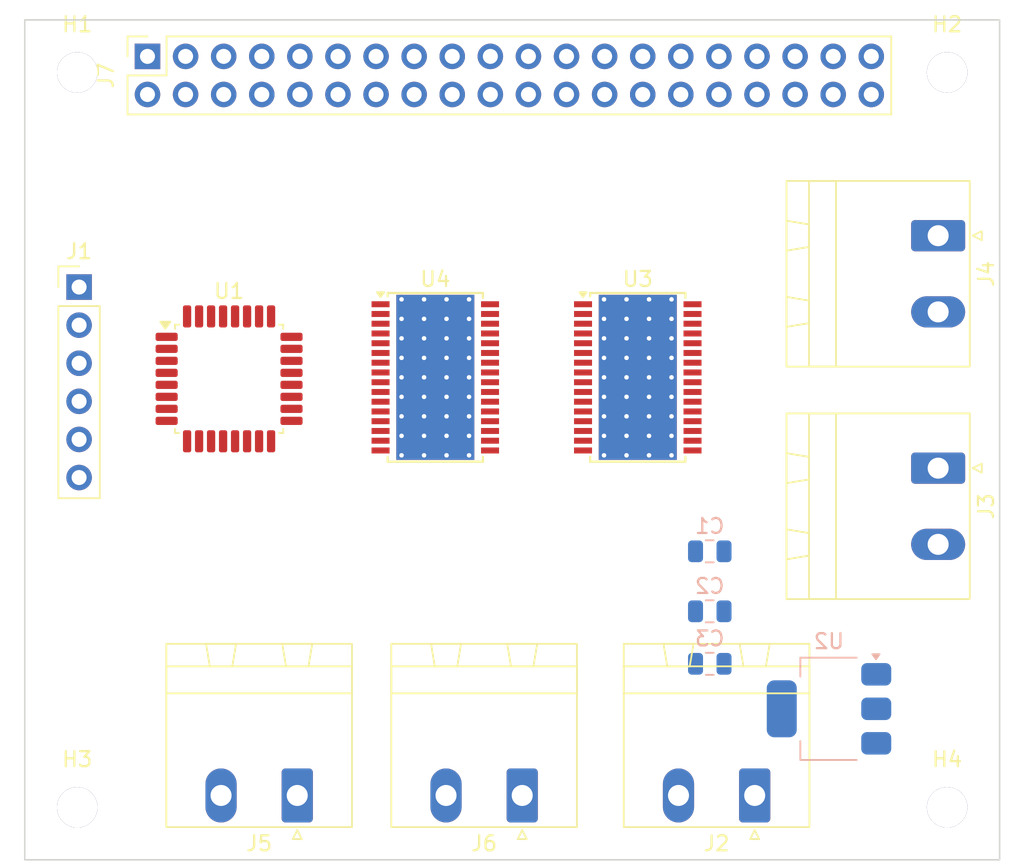
<source format=kicad_pcb>
(kicad_pcb (version 20241229) (generator "pcbnew") (generator_version "9.0")
  (layers (0 "F.Cu" signal) (2 "B.Cu" signal) (13 "F.Paste" user) (15 "B.Paste" user) (5 "F.SilkS" user "F.Silkscreen") (7 "B.SilkS" user "B.Silkscreen") (1 "F.Mask" user) (3 "B.Mask" user) (25 "Edge.Cuts" user))
  (net 0 "")
  (net 1 "+12V")
  (net 2 "GND")
  (net 3 "+3.3V")
  (net 4 "I2S_BCK")
  (net 10 "Net-(J3-Pin_1)")
  (net 11 "Net-(J3-Pin_2)")
  (net 12 "Net-(J4-Pin_2)")
  (net 13 "Net-(J4-Pin_1)")
  (net 14 "Net-(J5-Pin_1)")
  (net 15 "Net-(J5-Pin_2)")
  (net 16 "Net-(J6-Pin_1)")
  (net 17 "Net-(J6-Pin_2)")
  (net 22 "I2C_SDA")
  (net 30 "I2S_LRCK")
  (net 45 "I2C_SCL")
  (net 50 "I2S_DOUT")
  (net 56 "Net-(U1-OUTL-)")
  (net 57 "Net-(U1-OUTR+)")
  (net 58 "Net-(U1-OUTL+)")
  (net 59 "Net-(U1-OUTR-)")
  (footprint "Package_SO:HTSSOP-32-1EP_6.1x11mm_P0.65mm_EP5.2x11mm_Mask4.11x4.36mm_ThermalVias" (layer "F.Cu") (at 128.75 58.4)
    (property "Reference" "U4" (at 0 -6.55 0) (layer "F.SilkS"))
    (property "Value" "TPA3116D2")
    (fp_line (start -3.175 -5.625) (end 3.175 -5.625) (stroke (width 0.15)) (layer "F.SilkS"))
    (fp_line (start -3.175 -5.4) (end -3.175 -5.625) (stroke (width 0.15)) (layer "F.SilkS"))
    (fp_line (start -3.175 5.3) (end -3.175 5.625) (stroke (width 0.15)) (layer "F.SilkS"))
    (fp_line (start -3.175 5.625) (end 3.175 5.625) (stroke (width 0.15)) (layer "F.SilkS"))
    (fp_line (start 3.175 -5.625) (end 3.175 -5.3) (stroke (width 0.15)) (layer "F.SilkS"))
    (fp_line (start 3.175 5.625) (end 3.175 5.3) (stroke (width 0.15)) (layer "F.SilkS"))
    (fp_poly (pts (xy -3.65 -5.35) (xy -3.89 -5.68) (xy -3.41 -5.68) (xy -3.65 -5.35)) (stroke (width 0.12)) (fill yes) (layer "F.SilkS"))
    (pad "1" smd rect (at -3.65 -4.875) (size 1.2 0.4) (layers "F.Cu" "F.Mask" "F.Paste") (net 1 "+12V"))
    (pad "2" smd rect (at -3.65 -4.225) (size 1.2 0.4) (layers "F.Cu" "F.Mask" "F.Paste") (net 2 "GND"))
    (pad "3" smd rect (at -3.65 -3.575) (size 1.2 0.4) (layers "F.Cu" "F.Mask" "F.Paste"))
    (pad "4" smd rect (at -3.65 -2.925) (size 1.2 0.4) (layers "F.Cu" "F.Mask" "F.Paste") (net 58 "Net-(U1-OUTL+)"))
    (pad "5" smd rect (at -3.65 -2.275) (size 1.2 0.4) (layers "F.Cu" "F.Mask" "F.Paste") (net 56 "Net-(U1-OUTL-)"))
    (pad "6" smd rect (at -3.65 -1.625) (size 1.2 0.4) (layers "F.Cu" "F.Mask" "F.Paste") (net 57 "Net-(U1-OUTR+)"))
    (pad "7" smd rect (at -3.65 -0.975) (size 1.2 0.4) (layers "F.Cu" "F.Mask" "F.Paste") (net 59 "Net-(U1-OUTR-)"))
    (pad "8" smd rect (at -3.65 -0.325) (size 1.2 0.4) (layers "F.Cu" "F.Mask" "F.Paste"))
    (pad "9" smd rect (at -3.65 0.325) (size 1.2 0.4) (layers "F.Cu" "F.Mask" "F.Paste"))
    (pad "10" smd rect (at -3.65 0.975) (size 1.2 0.4) (layers "F.Cu" "F.Mask" "F.Paste"))
    (pad "11" smd rect (at -3.65 1.625) (size 1.2 0.4) (layers "F.Cu" "F.Mask" "F.Paste"))
    (pad "12" smd rect (at -3.65 2.275) (size 1.2 0.4) (layers "F.Cu" "F.Mask" "F.Paste"))
    (pad "13" smd rect (at -3.65 2.925) (size 1.2 0.4) (layers "F.Cu" "F.Mask" "F.Paste"))
    (pad "14" smd rect (at -3.65 3.575) (size 1.2 0.4) (layers "F.Cu" "F.Mask" "F.Paste"))
    (pad "15" smd rect (at -3.65 4.225) (size 1.2 0.4) (layers "F.Cu" "F.Mask" "F.Paste"))
    (pad "16" smd rect (at -3.65 4.875) (size 1.2 0.4) (layers "F.Cu" "F.Mask" "F.Paste") (net 3 "+3.3V"))
    (pad "17" smd rect (at 3.65 4.875) (size 1.2 0.4) (layers "F.Cu" "F.Mask" "F.Paste") (net 2 "GND"))
    (pad "18" smd rect (at 3.65 4.225) (size 1.2 0.4) (layers "F.Cu" "F.Mask" "F.Paste") (net 2 "GND"))
    (pad "19" smd rect (at 3.65 3.575) (size 1.2 0.4) (layers "F.Cu" "F.Mask" "F.Paste") (net 2 "GND"))
    (pad "20" smd rect (at 3.65 2.925) (size 1.2 0.4) (layers "F.Cu" "F.Mask" "F.Paste"))
    (pad "21" smd rect (at 3.65 2.275) (size 1.2 0.4) (layers "F.Cu" "F.Mask" "F.Paste"))
    (pad "22" smd rect (at 3.65 1.625) (size 1.2 0.4) (layers "F.Cu" "F.Mask" "F.Paste"))
    (pad "23" smd rect (at 3.65 0.975) (size 1.2 0.4) (layers "F.Cu" "F.Mask" "F.Paste"))
    (pad "24" smd rect (at 3.65 0.325) (size 1.2 0.4) (layers "F.Cu" "F.Mask" "F.Paste") (net 14 "Net-(J5-Pin_1)"))
    (pad "25" smd rect (at 3.65 -0.325) (size 1.2 0.4) (layers "F.Cu" "F.Mask" "F.Paste") (net 15 "Net-(J5-Pin_2)"))
    (pad "26" smd rect (at 3.65 -0.975) (size 1.2 0.4) (layers "F.Cu" "F.Mask" "F.Paste"))
    (pad "27" smd rect (at 3.65 -1.625) (size 1.2 0.4) (layers "F.Cu" "F.Mask" "F.Paste"))
    (pad "28" smd rect (at 3.65 -2.275) (size 1.2 0.4) (layers "F.Cu" "F.Mask" "F.Paste") (net 16 "Net-(J6-Pin_1)"))
    (pad "29" smd rect (at 3.65 -2.925) (size 1.2 0.4) (layers "F.Cu" "F.Mask" "F.Paste") (net 17 "Net-(J6-Pin_2)"))
    (pad "30" smd rect (at 3.65 -3.575) (size 1.2 0.4) (layers "F.Cu" "F.Mask" "F.Paste"))
    (pad "31" smd rect (at 3.65 -4.225) (size 1.2 0.4) (layers "F.Cu" "F.Mask" "F.Paste"))
    (pad "32" smd rect (at 3.65 -4.875) (size 1.2 0.4) (layers "F.Cu" "F.Mask" "F.Paste"))
    (pad "33" thru_hole circle (at -2.25 -5.2) (size 0.6 0.6) (drill 0.3) (layers "*.Cu") (net 2 "GND"))
    (pad "33" thru_hole circle (at -2.25 -3.9) (size 0.6 0.6) (drill 0.3) (layers "*.Cu") (net 2 "GND"))
    (pad "33" thru_hole circle (at -2.25 -2.6) (size 0.6 0.6) (drill 0.3) (layers "*.Cu") (net 2 "GND"))
    (pad "33" thru_hole circle (at -2.25 -1.3) (size 0.6 0.6) (drill 0.3) (layers "*.Cu") (net 2 "GND"))
    (pad "33" thru_hole circle (at -2.25 0) (size 0.6 0.6) (drill 0.3) (layers "*.Cu") (net 2 "GND"))
    (pad "33" thru_hole circle (at -2.25 1.3) (size 0.6 0.6) (drill 0.3) (layers "*.Cu") (net 2 "GND"))
    (pad "33" thru_hole circle (at -2.25 2.6) (size 0.6 0.6) (drill 0.3) (layers "*.Cu") (net 2 "GND"))
    (pad "33" thru_hole circle (at -2.25 3.9) (size 0.6 0.6) (drill 0.3) (layers "*.Cu") (net 2 "GND"))
    (pad "33" thru_hole circle (at -2.25 5.2) (size 0.6 0.6) (drill 0.3) (layers "*.Cu") (net 2 "GND"))
    (pad "33" thru_hole circle (at -0.75 -5.2) (size 0.6 0.6) (drill 0.3) (layers "*.Cu") (net 2 "GND"))
    (pad "33" thru_hole circle (at -0.75 -3.9) (size 0.6 0.6) (drill 0.3) (layers "*.Cu") (net 2 "GND"))
    (pad "33" thru_hole circle (at -0.75 -2.6) (size 0.6 0.6) (drill 0.3) (layers "*.Cu") (net 2 "GND"))
    (pad "33" thru_hole circle (at -0.75 -1.3) (size 0.6 0.6) (drill 0.3) (layers "*.Cu") (net 2 "GND"))
    (pad "33" thru_hole circle (at -0.75 0) (size 0.6 0.6) (drill 0.3) (layers "*.Cu") (net 2 "GND"))
    (pad "33" thru_hole circle (at -0.75 1.3) (size 0.6 0.6) (drill 0.3) (layers "*.Cu") (net 2 "GND"))
    (pad "33" thru_hole circle (at -0.75 2.6) (size 0.6 0.6) (drill 0.3) (layers "*.Cu") (net 2 "GND"))
    (pad "33" thru_hole circle (at -0.75 3.9) (size 0.6 0.6) (drill 0.3) (layers "*.Cu") (net 2 "GND"))
    (pad "33" thru_hole circle (at -0.75 5.2) (size 0.6 0.6) (drill 0.3) (layers "*.Cu") (net 2 "GND"))
    (pad "33" smd rect (at 0 0) (size 5.2 11) (layers "F.Cu") (net 2 "GND"))
    (pad "33" smd rect (at 0 0) (size 5.2 11) (layers "B.Cu") (net 2 "GND"))
    (pad "33" thru_hole circle (at 0.75 -5.2) (size 0.6 0.6) (drill 0.3) (layers "*.Cu") (net 2 "GND"))
    (pad "33" thru_hole circle (at 0.75 -3.9) (size 0.6 0.6) (drill 0.3) (layers "*.Cu") (net 2 "GND"))
    (pad "33" thru_hole circle (at 0.75 -2.6) (size 0.6 0.6) (drill 0.3) (layers "*.Cu") (net 2 "GND"))
    (pad "33" thru_hole circle (at 0.75 -1.3) (size 0.6 0.6) (drill 0.3) (layers "*.Cu") (net 2 "GND"))
    (pad "33" thru_hole circle (at 0.75 0) (size 0.6 0.6) (drill 0.3) (layers "*.Cu") (net 2 "GND"))
    (pad "33" thru_hole circle (at 0.75 1.3) (size 0.6 0.6) (drill 0.3) (layers "*.Cu") (net 2 "GND"))
    (pad "33" thru_hole circle (at 0.75 2.6) (size 0.6 0.6) (drill 0.3) (layers "*.Cu") (net 2 "GND"))
    (pad "33" thru_hole circle (at 0.75 3.9) (size 0.6 0.6) (drill 0.3) (layers "*.Cu") (net 2 "GND"))
    (pad "33" thru_hole circle (at 0.75 5.2) (size 0.6 0.6) (drill 0.3) (layers "*.Cu") (net 2 "GND"))
    (pad "33" thru_hole circle (at 2.25 -5.2) (size 0.6 0.6) (drill 0.3) (layers "*.Cu") (net 2 "GND"))
    (pad "33" thru_hole circle (at 2.25 -3.9) (size 0.6 0.6) (drill 0.3) (layers "*.Cu") (net 2 "GND"))
    (pad "33" thru_hole circle (at 2.25 -2.6) (size 0.6 0.6) (drill 0.3) (layers "*.Cu") (net 2 "GND"))
    (pad "33" thru_hole circle (at 2.25 -1.3) (size 0.6 0.6) (drill 0.3) (layers "*.Cu") (net 2 "GND"))
    (pad "33" thru_hole circle (at 2.25 0) (size 0.6 0.6) (drill 0.3) (layers "*.Cu") (net 2 "GND"))
    (pad "33" thru_hole circle (at 2.25 1.3) (size 0.6 0.6) (drill 0.3) (layers "*.Cu") (net 2 "GND"))
    (pad "33" thru_hole circle (at 2.25 2.6) (size 0.6 0.6) (drill 0.3) (layers "*.Cu") (net 2 "GND"))
    (pad "33" thru_hole circle (at 2.25 3.9) (size 0.6 0.6) (drill 0.3) (layers "*.Cu") (net 2 "GND"))
    (pad "33" thru_hole circle (at 2.25 5.2) (size 0.6 0.6) (drill 0.3) (layers "*.Cu") (net 2 "GND"))
  )
  (footprint "Package_QFP:TQFP-32_7x7mm_P0.8mm" (layer "F.Cu") (at 115 58.5)
    (property "Reference" "U1" (at 0 -5.85 0) (layer "F.SilkS"))
    (property "Value" "PCM5142")
    (fp_line (start -3.61 -3.61) (end -3.335 -3.61) (stroke (width 0.12)) (layer "F.SilkS"))
    (fp_line (start -3.61 -3.335) (end -3.61 -3.61) (stroke (width 0.12)) (layer "F.SilkS"))
    (fp_line (start -3.61 3.61) (end -3.61 3.335) (stroke (width 0.12)) (layer "F.SilkS"))
    (fp_line (start -3.335 3.61) (end -3.61 3.61) (stroke (width 0.12)) (layer "F.SilkS"))
    (fp_line (start 3.335 -3.61) (end 3.61 -3.61) (stroke (width 0.12)) (layer "F.SilkS"))
    (fp_line (start 3.61 -3.61) (end 3.61 -3.335) (stroke (width 0.12)) (layer "F.SilkS"))
    (fp_line (start 3.61 3.335) (end 3.61 3.61) (stroke (width 0.12)) (layer "F.SilkS"))
    (fp_line (start 3.61 3.61) (end 3.335 3.61) (stroke (width 0.12)) (layer "F.SilkS"))
    (fp_poly (pts (xy -4.25 -3.34) (xy -4.59 -3.81) (xy -3.91 -3.81)) (stroke (width 0.12)) (fill yes) (layer "F.SilkS"))
    (pad "1" smd roundrect (at -4.1625 -2.8) (size 1.475 0.55) (layers "F.Cu" "F.Mask" "F.Paste") (net 3 "+3.3V"))
    (pad "2" smd roundrect (at -4.1625 -2) (size 1.475 0.55) (layers "F.Cu" "F.Mask" "F.Paste") (net 2 "GND"))
    (pad "3" smd roundrect (at -4.1625 -1.2) (size 1.475 0.55) (layers "F.Cu" "F.Mask" "F.Paste") (net 4 "I2S_BCK"))
    (pad "4" smd roundrect (at -4.1625 -0.4) (size 1.475 0.55) (layers "F.Cu" "F.Mask" "F.Paste") (net 30 "I2S_LRCK"))
    (pad "5" smd roundrect (at -4.1625 0.4) (size 1.475 0.55) (layers "F.Cu" "F.Mask" "F.Paste") (net 50 "I2S_DOUT"))
    (pad "6" smd roundrect (at -4.1625 1.2) (size 1.475 0.55) (layers "F.Cu" "F.Mask" "F.Paste") (net 45 "I2C_SCL"))
    (pad "7" smd roundrect (at -4.1625 2) (size 1.475 0.55) (layers "F.Cu" "F.Mask" "F.Paste") (net 22 "I2C_SDA"))
    (pad "8" smd roundrect (at -4.1625 2.8) (size 1.475 0.55) (layers "F.Cu" "F.Mask" "F.Paste"))
    (pad "9" smd roundrect (at -2.8 4.1625) (size 0.55 1.475) (layers "F.Cu" "F.Mask" "F.Paste"))
    (pad "10" smd roundrect (at -2 4.1625) (size 0.55 1.475) (layers "F.Cu" "F.Mask" "F.Paste"))
    (pad "11" smd roundrect (at -1.2 4.1625) (size 0.55 1.475) (layers "F.Cu" "F.Mask" "F.Paste"))
    (pad "12" smd roundrect (at -0.4 4.1625) (size 0.55 1.475) (layers "F.Cu" "F.Mask" "F.Paste"))
    (pad "13" smd roundrect (at 0.4 4.1625) (size 0.55 1.475) (layers "F.Cu" "F.Mask" "F.Paste"))
    (pad "14" smd roundrect (at 1.2 4.1625) (size 0.55 1.475) (layers "F.Cu" "F.Mask" "F.Paste") (net 3 "+3.3V"))
    (pad "15" smd roundrect (at 2 4.1625) (size 0.55 1.475) (layers "F.Cu" "F.Mask" "F.Paste") (net 2 "GND"))
    (pad "16" smd roundrect (at 2.8 4.1625) (size 0.55 1.475) (layers "F.Cu" "F.Mask" "F.Paste"))
    (pad "17" smd roundrect (at 4.1625 2.8) (size 1.475 0.55) (layers "F.Cu" "F.Mask" "F.Paste"))
    (pad "18" smd roundrect (at 4.1625 2) (size 1.475 0.55) (layers "F.Cu" "F.Mask" "F.Paste"))
    (pad "19" smd roundrect (at 4.1625 1.2) (size 1.475 0.55) (layers "F.Cu" "F.Mask" "F.Paste"))
    (pad "20" smd roundrect (at 4.1625 0.4) (size 1.475 0.55) (layers "F.Cu" "F.Mask" "F.Paste"))
    (pad "21" smd roundrect (at 4.1625 -0.4) (size 1.475 0.55) (layers "F.Cu" "F.Mask" "F.Paste") (net 58 "Net-(U1-OUTL+)"))
    (pad "22" smd roundrect (at 4.1625 -1.2) (size 1.475 0.55) (layers "F.Cu" "F.Mask" "F.Paste") (net 56 "Net-(U1-OUTL-)"))
    (pad "23" smd roundrect (at 4.1625 -2) (size 1.475 0.55) (layers "F.Cu" "F.Mask" "F.Paste") (net 57 "Net-(U1-OUTR+)"))
    (pad "24" smd roundrect (at 4.1625 -2.8) (size 1.475 0.55) (layers "F.Cu" "F.Mask" "F.Paste") (net 59 "Net-(U1-OUTR-)"))
    (pad "25" smd roundrect (at 2.8 -4.1625) (size 0.55 1.475) (layers "F.Cu" "F.Mask" "F.Paste"))
    (pad "26" smd roundrect (at 2 -4.1625) (size 0.55 1.475) (layers "F.Cu" "F.Mask" "F.Paste"))
    (pad "27" smd roundrect (at 1.2 -4.1625) (size 0.55 1.475) (layers "F.Cu" "F.Mask" "F.Paste") (net 3 "+3.3V"))
    (pad "28" smd roundrect (at 0.4 -4.1625) (size 0.55 1.475) (layers "F.Cu" "F.Mask" "F.Paste") (net 3 "+3.3V"))
    (pad "29" smd roundrect (at -0.4 -4.1625) (size 0.55 1.475) (layers "F.Cu" "F.Mask" "F.Paste"))
    (pad "30" smd roundrect (at -1.2 -4.1625) (size 0.55 1.475) (layers "F.Cu" "F.Mask" "F.Paste"))
    (pad "31" smd roundrect (at -2 -4.1625) (size 0.55 1.475) (layers "F.Cu" "F.Mask" "F.Paste"))
    (pad "32" smd roundrect (at -2.8 -4.1625) (size 0.55 1.475) (layers "F.Cu" "F.Mask" "F.Paste"))
  )
  (footprint "Connector_Phoenix_MSTB:PhoenixContact_MSTBA_2,5_2-G-5,08_1x02_P5.08mm_Horizontal" (layer "F.Cu") (at 119.545 86.2775 180)
    (property "Reference" "J5" (at 2.54 -3.2 0) (layer "F.SilkS"))
    (property "Value" "Rear_Left")
    (fp_line (start 6.08 10.11) (end 5.83 8.61) (stroke (width 0.12)) (layer "F.SilkS"))
    (fp_line (start 5.83 8.61) (end 4.33 8.61) (stroke (width 0.12)) (layer "F.SilkS"))
    (fp_line (start 4.33 8.61) (end 4.08 10.11) (stroke (width 0.12)) (layer "F.SilkS"))
    (fp_line (start 4.08 10.11) (end 6.08 10.11) (stroke (width 0.12)) (layer "F.SilkS"))
    (fp_line (start 1 10.11) (end 0.75 8.61) (stroke (width 0.12)) (layer "F.SilkS"))
    (fp_line (start 0.75 8.61) (end -0.75 8.61) (stroke (width 0.12)) (layer "F.SilkS"))
    (fp_line (start 0.3 -2.91) (end 0 -2.31) (stroke (width 0.12)) (layer "F.SilkS"))
    (fp_line (start 0 -2.31) (end -0.3 -2.91) (stroke (width 0.12)) (layer "F.SilkS"))
    (fp_line (start -0.3 -2.91) (end 0.3 -2.91) (stroke (width 0.12)) (layer "F.SilkS"))
    (fp_line (start -0.75 8.61) (end -1 10.11) (stroke (width 0.12)) (layer "F.SilkS"))
    (fp_line (start -1 10.11) (end 1 10.11) (stroke (width 0.12)) (layer "F.SilkS"))
    (fp_rect (start -3.65 6.81) (end 8.73 8.61) (stroke (width 0.12)) (fill no) (layer "F.SilkS"))
    (fp_rect (start -3.65 -2.11) (end 8.73 10.11) (stroke (width 0.12)) (fill no) (layer "F.SilkS"))
    (pad "1" thru_hole roundrect (at 0 0 180) (size 2.08 3.6) (drill 1.4) (layers "*.Cu" "*.Mask") (roundrect_rratio 0.120192) (net 14 "Net-(J5-Pin_1)"))
    (pad "2" thru_hole oval (at 5.08 0 180) (size 2.08 3.6) (drill 1.4) (layers "*.Cu" "*.Mask") (net 15 "Net-(J5-Pin_2)"))
  )
  (footprint "Connector_Phoenix_MSTB:PhoenixContact_MSTBA_2,5_2-G-5,08_1x02_P5.08mm_Horizontal" (layer "F.Cu") (at 134.545 86.2775 180)
    (property "Reference" "J6" (at 2.54 -3.2 0) (layer "F.SilkS"))
    (property "Value" "Rear_Right")
    (fp_line (start 6.08 10.11) (end 5.83 8.61) (stroke (width 0.12)) (layer "F.SilkS"))
    (fp_line (start 5.83 8.61) (end 4.33 8.61) (stroke (width 0.12)) (layer "F.SilkS"))
    (fp_line (start 4.33 8.61) (end 4.08 10.11) (stroke (width 0.12)) (layer "F.SilkS"))
    (fp_line (start 4.08 10.11) (end 6.08 10.11) (stroke (width 0.12)) (layer "F.SilkS"))
    (fp_line (start 1 10.11) (end 0.75 8.61) (stroke (width 0.12)) (layer "F.SilkS"))
    (fp_line (start 0.75 8.61) (end -0.75 8.61) (stroke (width 0.12)) (layer "F.SilkS"))
    (fp_line (start 0.3 -2.91) (end 0 -2.31) (stroke (width 0.12)) (layer "F.SilkS"))
    (fp_line (start 0 -2.31) (end -0.3 -2.91) (stroke (width 0.12)) (layer "F.SilkS"))
    (fp_line (start -0.3 -2.91) (end 0.3 -2.91) (stroke (width 0.12)) (layer "F.SilkS"))
    (fp_line (start -0.75 8.61) (end -1 10.11) (stroke (width 0.12)) (layer "F.SilkS"))
    (fp_line (start -1 10.11) (end 1 10.11) (stroke (width 0.12)) (layer "F.SilkS"))
    (fp_rect (start -3.65 6.81) (end 8.73 8.61) (stroke (width 0.12)) (fill no) (layer "F.SilkS"))
    (fp_rect (start -3.65 -2.11) (end 8.73 10.11) (stroke (width 0.12)) (fill no) (layer "F.SilkS"))
    (pad "1" thru_hole roundrect (at 0 0 180) (size 2.08 3.6) (drill 1.4) (layers "*.Cu" "*.Mask") (roundrect_rratio 0.120192) (net 16 "Net-(J6-Pin_1)"))
    (pad "2" thru_hole oval (at 5.08 0 180) (size 2.08 3.6) (drill 1.4) (layers "*.Cu" "*.Mask") (net 17 "Net-(J6-Pin_2)"))
  )
  (footprint "Connector_PinSocket_2.54mm:PinSocket_2x20_P2.54mm_Vertical" (layer "F.Cu") (at 109.56 37 90)
    (property "Reference" "J7" (at -1.27 -2.77 90) (layer "F.SilkS"))
    (property "Value" "40-Pin_GPIO")
    (fp_line (start 1.33 -1.33) (end 1.33 0) (stroke (width 0.12)) (layer "F.SilkS"))
    (fp_line (start 0 -1.33) (end 1.33 -1.33) (stroke (width 0.12)) (layer "F.SilkS"))
    (fp_line (start -1.27 -1.33) (end -1.27 1.27) (stroke (width 0.12)) (layer "F.SilkS"))
    (fp_line (start -3.87 -1.33) (end -1.27 -1.33) (stroke (width 0.12)) (layer "F.SilkS"))
    (fp_line (start -3.87 -1.33) (end -3.87 49.59) (stroke (width 0.12)) (layer "F.SilkS"))
    (fp_line (start 1.33 1.27) (end 1.33 49.59) (stroke (width 0.12)) (layer "F.SilkS"))
    (fp_line (start -1.27 1.27) (end 1.33 1.27) (stroke (width 0.12)) (layer "F.SilkS"))
    (fp_line (start -3.87 49.59) (end 1.33 49.59) (stroke (width 0.12)) (layer "F.SilkS"))
    (pad "1" thru_hole rect (at 0 0 90) (size 1.7 1.7) (drill 1) (layers "*.Cu" "*.Mask"))
    (pad "2" thru_hole circle (at -2.54 0 90) (size 1.7 1.7) (drill 1) (layers "*.Cu" "*.Mask"))
    (pad "3" thru_hole circle (at 0 2.54 90) (size 1.7 1.7) (drill 1) (layers "*.Cu" "*.Mask") (net 22 "I2C_SDA"))
    (pad "4" thru_hole circle (at -2.54 2.54 90) (size 1.7 1.7) (drill 1) (layers "*.Cu" "*.Mask"))
    (pad "5" thru_hole circle (at 0 5.08 90) (size 1.7 1.7) (drill 1) (layers "*.Cu" "*.Mask") (net 45 "I2C_SCL"))
    (pad "6" thru_hole circle (at -2.54 5.08 90) (size 1.7 1.7) (drill 1) (layers "*.Cu" "*.Mask"))
    (pad "7" thru_hole circle (at 0 7.62 90) (size 1.7 1.7) (drill 1) (layers "*.Cu" "*.Mask"))
    (pad "8" thru_hole circle (at -2.54 7.62 90) (size 1.7 1.7) (drill 1) (layers "*.Cu" "*.Mask"))
    (pad "9" thru_hole circle (at 0 10.16 90) (size 1.7 1.7) (drill 1) (layers "*.Cu" "*.Mask"))
    (pad "10" thru_hole circle (at -2.54 10.16 90) (size 1.7 1.7) (drill 1) (layers "*.Cu" "*.Mask"))
    (pad "11" thru_hole circle (at 0 12.7 90) (size 1.7 1.7) (drill 1) (layers "*.Cu" "*.Mask"))
    (pad "12" thru_hole circle (at -2.54 12.7 90) (size 1.7 1.7) (drill 1) (layers "*.Cu" "*.Mask") (net 4 "I2S_BCK"))
    (pad "13" thru_hole circle (at 0 15.24 90) (size 1.7 1.7) (drill 1) (layers "*.Cu" "*.Mask"))
    (pad "14" thru_hole circle (at -2.54 15.24 90) (size 1.7 1.7) (drill 1) (layers "*.Cu" "*.Mask"))
    (pad "15" thru_hole circle (at 0 17.78 90) (size 1.7 1.7) (drill 1) (layers "*.Cu" "*.Mask"))
    (pad "16" thru_hole circle (at -2.54 17.78 90) (size 1.7 1.7) (drill 1) (layers "*.Cu" "*.Mask"))
    (pad "17" thru_hole circle (at 0 20.32 90) (size 1.7 1.7) (drill 1) (layers "*.Cu" "*.Mask"))
    (pad "18" thru_hole circle (at -2.54 20.32 90) (size 1.7 1.7) (drill 1) (layers "*.Cu" "*.Mask"))
    (pad "19" thru_hole circle (at 0 22.86 90) (size 1.7 1.7) (drill 1) (layers "*.Cu" "*.Mask"))
    (pad "20" thru_hole circle (at -2.54 22.86 90) (size 1.7 1.7) (drill 1) (layers "*.Cu" "*.Mask"))
    (pad "21" thru_hole circle (at 0 25.4 90) (size 1.7 1.7) (drill 1) (layers "*.Cu" "*.Mask"))
    (pad "22" thru_hole circle (at -2.54 25.4 90) (size 1.7 1.7) (drill 1) (layers "*.Cu" "*.Mask"))
    (pad "23" thru_hole circle (at 0 27.94 90) (size 1.7 1.7) (drill 1) (layers "*.Cu" "*.Mask"))
    (pad "24" thru_hole circle (at -2.54 27.94 90) (size 1.7 1.7) (drill 1) (layers "*.Cu" "*.Mask"))
    (pad "25" thru_hole circle (at 0 30.48 90) (size 1.7 1.7) (drill 1) (layers "*.Cu" "*.Mask"))
    (pad "26" thru_hole circle (at -2.54 30.48 90) (size 1.7 1.7) (drill 1) (layers "*.Cu" "*.Mask"))
    (pad "27" thru_hole circle (at 0 33.02 90) (size 1.7 1.7) (drill 1) (layers "*.Cu" "*.Mask"))
    (pad "28" thru_hole circle (at -2.54 33.02 90) (size 1.7 1.7) (drill 1) (layers "*.Cu" "*.Mask"))
    (pad "29" thru_hole circle (at 0 35.56 90) (size 1.7 1.7) (drill 1) (layers "*.Cu" "*.Mask"))
    (pad "30" thru_hole circle (at -2.54 35.56 90) (size 1.7 1.7) (drill 1) (layers "*.Cu" "*.Mask"))
    (pad "31" thru_hole circle (at 0 38.1 90) (size 1.7 1.7) (drill 1) (layers "*.Cu" "*.Mask"))
    (pad "32" thru_hole circle (at -2.54 38.1 90) (size 1.7 1.7) (drill 1) (layers "*.Cu" "*.Mask"))
    (pad "33" thru_hole circle (at 0 40.64 90) (size 1.7 1.7) (drill 1) (layers "*.Cu" "*.Mask"))
    (pad "34" thru_hole circle (at -2.54 40.64 90) (size 1.7 1.7) (drill 1) (layers "*.Cu" "*.Mask") (net 2 "GND"))
    (pad "35" thru_hole circle (at 0 43.18 90) (size 1.7 1.7) (drill 1) (layers "*.Cu" "*.Mask") (net 30 "I2S_LRCK"))
    (pad "36" thru_hole circle (at -2.54 43.18 90) (size 1.7 1.7) (drill 1) (layers "*.Cu" "*.Mask"))
    (pad "37" thru_hole circle (at 0 45.72 90) (size 1.7 1.7) (drill 1) (layers "*.Cu" "*.Mask"))
    (pad "38" thru_hole circle (at -2.54 45.72 90) (size 1.7 1.7) (drill 1) (layers "*.Cu" "*.Mask"))
    (pad "39" thru_hole circle (at 0 48.26 90) (size 1.7 1.7) (drill 1) (layers "*.Cu" "*.Mask"))
    (pad "40" thru_hole circle (at -2.54 48.26 90) (size 1.7 1.7) (drill 1) (layers "*.Cu" "*.Mask") (net 50 "I2S_DOUT"))
  )
  (footprint "Connector_Phoenix_MSTB:PhoenixContact_MSTBA_2,5_2-G-5,08_1x02_P5.08mm_Horizontal" (layer "F.Cu") (at 162.2775 48.955 -90)
    (property "Reference" "J4" (at 2.54 -3.2 90) (layer "F.SilkS"))
    (property "Value" "Front_Right")
    (fp_line (start -1 10.11) (end 1 10.11) (stroke (width 0.12)) (layer "F.SilkS"))
    (fp_line (start 1 10.11) (end 0.75 8.61) (stroke (width 0.12)) (layer "F.SilkS"))
    (fp_line (start 4.08 10.11) (end 6.08 10.11) (stroke (width 0.12)) (layer "F.SilkS"))
    (fp_line (start 6.08 10.11) (end 5.83 8.61) (stroke (width 0.12)) (layer "F.SilkS"))
    (fp_line (start -0.75 8.61) (end -1 10.11) (stroke (width 0.12)) (layer "F.SilkS"))
    (fp_line (start 0.75 8.61) (end -0.75 8.61) (stroke (width 0.12)) (layer "F.SilkS"))
    (fp_line (start 4.33 8.61) (end 4.08 10.11) (stroke (width 0.12)) (layer "F.SilkS"))
    (fp_line (start 5.83 8.61) (end 4.33 8.61) (stroke (width 0.12)) (layer "F.SilkS"))
    (fp_line (start 0 -2.31) (end -0.3 -2.91) (stroke (width 0.12)) (layer "F.SilkS"))
    (fp_line (start -0.3 -2.91) (end 0.3 -2.91) (stroke (width 0.12)) (layer "F.SilkS"))
    (fp_line (start 0.3 -2.91) (end 0 -2.31) (stroke (width 0.12)) (layer "F.SilkS"))
    (fp_rect (start -3.65 6.81) (end 8.73 8.61) (stroke (width 0.12)) (fill no) (layer "F.SilkS"))
    (fp_rect (start -3.65 -2.11) (end 8.73 10.11) (stroke (width 0.12)) (fill no) (layer "F.SilkS"))
    (pad "1" thru_hole roundrect (at 0 0 270) (size 2.08 3.6) (drill 1.4) (layers "*.Cu" "*.Mask") (roundrect_rratio 0.120192) (net 13 "Net-(J4-Pin_1)"))
    (pad "2" thru_hole oval (at 5.08 0 270) (size 2.08 3.6) (drill 1.4) (layers "*.Cu" "*.Mask") (net 12 "Net-(J4-Pin_2)"))
  )
  (footprint "MountingHole:MountingHole_2.7mm_M2.5" (layer "F.Cu") (at 104.875 38.0675)
    (property "Reference" "H1" (at 0 -3.2 0) (layer "F.SilkS"))
    (property "Value" "MountingHole")
    (pad "1" thru_hole circle (at 0 0) (size 2.7 2.7) (drill 2.7) (layers "*.Cu" "*.Mask"))
  )
  (footprint "MountingHole:MountingHole_2.7mm_M2.5" (layer "F.Cu") (at 162.875 38.0675)
    (property "Reference" "H2" (at 0 -3.2 0) (layer "F.SilkS"))
    (property "Value" "MountingHole")
    (pad "1" thru_hole circle (at 0 0) (size 2.7 2.7) (drill 2.7) (layers "*.Cu" "*.Mask"))
  )
  (footprint "MountingHole:MountingHole_2.7mm_M2.5" (layer "F.Cu") (at 104.875 87.0675)
    (property "Reference" "H3" (at 0 -3.2 0) (layer "F.SilkS"))
    (property "Value" "MountingHole")
    (pad "1" thru_hole circle (at 0 0) (size 2.7 2.7) (drill 2.7) (layers "*.Cu" "*.Mask"))
  )
  (footprint "MountingHole:MountingHole_2.7mm_M2.5" (layer "F.Cu") (at 162.875 87.0675)
    (property "Reference" "H4" (at 0 -3.2 0) (layer "F.SilkS"))
    (property "Value" "MountingHole")
    (pad "1" thru_hole circle (at 0 0) (size 2.7 2.7) (drill 2.7) (layers "*.Cu" "*.Mask"))
  )
  (footprint "Connector_PinHeader_2.54mm:PinHeader_1x06_P2.54mm_Vertical" (layer "F.Cu") (at 105 52.38)
    (property "Reference" "J1" (at 0 -2.38 0) (layer "F.SilkS"))
    (property "Value" "I2S_Input")
    (fp_line (start -1.38 -1.38) (end 0 -1.38) (stroke (width 0.12)) (layer "F.SilkS"))
    (fp_line (start -1.38 0) (end -1.38 -1.38) (stroke (width 0.12)) (layer "F.SilkS"))
    (fp_line (start -1.38 1.27) (end -1.38 14.08) (stroke (width 0.12)) (layer "F.SilkS"))
    (fp_line (start -1.38 1.27) (end 1.38 1.27) (stroke (width 0.12)) (layer "F.SilkS"))
    (fp_line (start -1.38 14.08) (end 1.38 14.08) (stroke (width 0.12)) (layer "F.SilkS"))
    (fp_line (start 1.38 1.27) (end 1.38 14.08) (stroke (width 0.12)) (layer "F.SilkS"))
    (pad "1" thru_hole rect (at 0 0) (size 1.7 1.7) (drill 1) (layers "*.Cu" "*.Mask"))
    (pad "2" thru_hole circle (at 0 2.54) (size 1.7 1.7) (drill 1) (layers "*.Cu" "*.Mask"))
    (pad "3" thru_hole circle (at 0 5.08) (size 1.7 1.7) (drill 1) (layers "*.Cu" "*.Mask") (net 4 "I2S_BCK"))
    (pad "4" thru_hole circle (at 0 7.62) (size 1.7 1.7) (drill 1) (layers "*.Cu" "*.Mask"))
    (pad "5" thru_hole circle (at 0 10.16) (size 1.7 1.7) (drill 1) (layers "*.Cu" "*.Mask"))
    (pad "6" thru_hole circle (at 0 12.7) (size 1.7 1.7) (drill 1) (layers "*.Cu" "*.Mask"))
  )
  (footprint "Package_SO:HTSSOP-32-1EP_6.1x11mm_P0.65mm_EP5.2x11mm_Mask4.11x4.36mm_ThermalVias" (layer "F.Cu") (at 142.25 58.4)
    (property "Reference" "U3" (at 0 -6.55 0) (layer "F.SilkS"))
    (property "Value" "TPA3116D2")
    (fp_line (start -3.175 -5.625) (end 3.175 -5.625) (stroke (width 0.15)) (layer "F.SilkS"))
    (fp_line (start -3.175 -5.4) (end -3.175 -5.625) (stroke (width 0.15)) (layer "F.SilkS"))
    (fp_line (start -3.175 5.3) (end -3.175 5.625) (stroke (width 0.15)) (layer "F.SilkS"))
    (fp_line (start -3.175 5.625) (end 3.175 5.625) (stroke (width 0.15)) (layer "F.SilkS"))
    (fp_line (start 3.175 -5.625) (end 3.175 -5.3) (stroke (width 0.15)) (layer "F.SilkS"))
    (fp_line (start 3.175 5.625) (end 3.175 5.3) (stroke (width 0.15)) (layer "F.SilkS"))
    (fp_poly (pts (xy -3.65 -5.35) (xy -3.89 -5.68) (xy -3.41 -5.68) (xy -3.65 -5.35)) (stroke (width 0.12)) (fill yes) (layer "F.SilkS"))
    (pad "1" smd rect (at -3.65 -4.875) (size 1.2 0.4) (layers "F.Cu" "F.Mask" "F.Paste") (net 1 "+12V"))
    (pad "2" smd rect (at -3.65 -4.225) (size 1.2 0.4) (layers "F.Cu" "F.Mask" "F.Paste") (net 2 "GND"))
    (pad "3" smd rect (at -3.65 -3.575) (size 1.2 0.4) (layers "F.Cu" "F.Mask" "F.Paste"))
    (pad "4" smd rect (at -3.65 -2.925) (size 1.2 0.4) (layers "F.Cu" "F.Mask" "F.Paste") (net 58 "Net-(U1-OUTL+)"))
    (pad "5" smd rect (at -3.65 -2.275) (size 1.2 0.4) (layers "F.Cu" "F.Mask" "F.Paste") (net 56 "Net-(U1-OUTL-)"))
    (pad "6" smd rect (at -3.65 -1.625) (size 1.2 0.4) (layers "F.Cu" "F.Mask" "F.Paste") (net 57 "Net-(U1-OUTR+)"))
    (pad "7" smd rect (at -3.65 -0.975) (size 1.2 0.4) (layers "F.Cu" "F.Mask" "F.Paste") (net 59 "Net-(U1-OUTR-)"))
    (pad "8" smd rect (at -3.65 -0.325) (size 1.2 0.4) (layers "F.Cu" "F.Mask" "F.Paste"))
    (pad "9" smd rect (at -3.65 0.325) (size 1.2 0.4) (layers "F.Cu" "F.Mask" "F.Paste"))
    (pad "10" smd rect (at -3.65 0.975) (size 1.2 0.4) (layers "F.Cu" "F.Mask" "F.Paste"))
    (pad "11" smd rect (at -3.65 1.625) (size 1.2 0.4) (layers "F.Cu" "F.Mask" "F.Paste"))
    (pad "12" smd rect (at -3.65 2.275) (size 1.2 0.4) (layers "F.Cu" "F.Mask" "F.Paste"))
    (pad "13" smd rect (at -3.65 2.925) (size 1.2 0.4) (layers "F.Cu" "F.Mask" "F.Paste"))
    (pad "14" smd rect (at -3.65 3.575) (size 1.2 0.4) (layers "F.Cu" "F.Mask" "F.Paste"))
    (pad "15" smd rect (at -3.65 4.225) (size 1.2 0.4) (layers "F.Cu" "F.Mask" "F.Paste"))
    (pad "16" smd rect (at -3.65 4.875) (size 1.2 0.4) (layers "F.Cu" "F.Mask" "F.Paste") (net 3 "+3.3V"))
    (pad "17" smd rect (at 3.65 4.875) (size 1.2 0.4) (layers "F.Cu" "F.Mask" "F.Paste") (net 2 "GND"))
    (pad "18" smd rect (at 3.65 4.225) (size 1.2 0.4) (layers "F.Cu" "F.Mask" "F.Paste") (net 2 "GND"))
    (pad "19" smd rect (at 3.65 3.575) (size 1.2 0.4) (layers "F.Cu" "F.Mask" "F.Paste") (net 2 "GND"))
    (pad "20" smd rect (at 3.65 2.925) (size 1.2 0.4) (layers "F.Cu" "F.Mask" "F.Paste"))
    (pad "21" smd rect (at 3.65 2.275) (size 1.2 0.4) (layers "F.Cu" "F.Mask" "F.Paste"))
    (pad "22" smd rect (at 3.65 1.625) (size 1.2 0.4) (layers "F.Cu" "F.Mask" "F.Paste"))
    (pad "23" smd rect (at 3.65 0.975) (size 1.2 0.4) (layers "F.Cu" "F.Mask" "F.Paste"))
    (pad "24" smd rect (at 3.65 0.325) (size 1.2 0.4) (layers "F.Cu" "F.Mask" "F.Paste") (net 10 "Net-(J3-Pin_1)"))
    (pad "25" smd rect (at 3.65 -0.325) (size 1.2 0.4) (layers "F.Cu" "F.Mask" "F.Paste") (net 11 "Net-(J3-Pin_2)"))
    (pad "26" smd rect (at 3.65 -0.975) (size 1.2 0.4) (layers "F.Cu" "F.Mask" "F.Paste"))
    (pad "27" smd rect (at 3.65 -1.625) (size 1.2 0.4) (layers "F.Cu" "F.Mask" "F.Paste"))
    (pad "28" smd rect (at 3.65 -2.275) (size 1.2 0.4) (layers "F.Cu" "F.Mask" "F.Paste") (net 13 "Net-(J4-Pin_1)"))
    (pad "29" smd rect (at 3.65 -2.925) (size 1.2 0.4) (layers "F.Cu" "F.Mask" "F.Paste") (net 12 "Net-(J4-Pin_2)"))
    (pad "30" smd rect (at 3.65 -3.575) (size 1.2 0.4) (layers "F.Cu" "F.Mask" "F.Paste"))
    (pad "31" smd rect (at 3.65 -4.225) (size 1.2 0.4) (layers "F.Cu" "F.Mask" "F.Paste"))
    (pad "32" smd rect (at 3.65 -4.875) (size 1.2 0.4) (layers "F.Cu" "F.Mask" "F.Paste"))
    (pad "33" thru_hole circle (at -2.25 -5.2) (size 0.6 0.6) (drill 0.3) (layers "*.Cu") (net 2 "GND"))
    (pad "33" thru_hole circle (at -2.25 -3.9) (size 0.6 0.6) (drill 0.3) (layers "*.Cu") (net 2 "GND"))
    (pad "33" thru_hole circle (at -2.25 -2.6) (size 0.6 0.6) (drill 0.3) (layers "*.Cu") (net 2 "GND"))
    (pad "33" thru_hole circle (at -2.25 -1.3) (size 0.6 0.6) (drill 0.3) (layers "*.Cu") (net 2 "GND"))
    (pad "33" thru_hole circle (at -2.25 0) (size 0.6 0.6) (drill 0.3) (layers "*.Cu") (net 2 "GND"))
    (pad "33" thru_hole circle (at -2.25 1.3) (size 0.6 0.6) (drill 0.3) (layers "*.Cu") (net 2 "GND"))
    (pad "33" thru_hole circle (at -2.25 2.6) (size 0.6 0.6) (drill 0.3) (layers "*.Cu") (net 2 "GND"))
    (pad "33" thru_hole circle (at -2.25 3.9) (size 0.6 0.6) (drill 0.3) (layers "*.Cu") (net 2 "GND"))
    (pad "33" thru_hole circle (at -2.25 5.2) (size 0.6 0.6) (drill 0.3) (layers "*.Cu") (net 2 "GND"))
    (pad "33" thru_hole circle (at -0.75 -5.2) (size 0.6 0.6) (drill 0.3) (layers "*.Cu") (net 2 "GND"))
    (pad "33" thru_hole circle (at -0.75 -3.9) (size 0.6 0.6) (drill 0.3) (layers "*.Cu") (net 2 "GND"))
    (pad "33" thru_hole circle (at -0.75 -2.6) (size 0.6 0.6) (drill 0.3) (layers "*.Cu") (net 2 "GND"))
    (pad "33" thru_hole circle (at -0.75 -1.3) (size 0.6 0.6) (drill 0.3) (layers "*.Cu") (net 2 "GND"))
    (pad "33" thru_hole circle (at -0.75 0) (size 0.6 0.6) (drill 0.3) (layers "*.Cu") (net 2 "GND"))
    (pad "33" thru_hole circle (at -0.75 1.3) (size 0.6 0.6) (drill 0.3) (layers "*.Cu") (net 2 "GND"))
    (pad "33" thru_hole circle (at -0.75 2.6) (size 0.6 0.6) (drill 0.3) (layers "*.Cu") (net 2 "GND"))
    (pad "33" thru_hole circle (at -0.75 3.9) (size 0.6 0.6) (drill 0.3) (layers "*.Cu") (net 2 "GND"))
    (pad "33" thru_hole circle (at -0.75 5.2) (size 0.6 0.6) (drill 0.3) (layers "*.Cu") (net 2 "GND"))
    (pad "33" smd rect (at 0 0) (size 5.2 11) (layers "F.Cu") (net 2 "GND"))
    (pad "33" smd rect (at 0 0) (size 5.2 11) (layers "B.Cu") (net 2 "GND"))
    (pad "33" thru_hole circle (at 0.75 -5.2) (size 0.6 0.6) (drill 0.3) (layers "*.Cu") (net 2 "GND"))
    (pad "33" thru_hole circle (at 0.75 -3.9) (size 0.6 0.6) (drill 0.3) (layers "*.Cu") (net 2 "GND"))
    (pad "33" thru_hole circle (at 0.75 -2.6) (size 0.6 0.6) (drill 0.3) (layers "*.Cu") (net 2 "GND"))
    (pad "33" thru_hole circle (at 0.75 -1.3) (size 0.6 0.6) (drill 0.3) (layers "*.Cu") (net 2 "GND"))
    (pad "33" thru_hole circle (at 0.75 0) (size 0.6 0.6) (drill 0.3) (layers "*.Cu") (net 2 "GND"))
    (pad "33" thru_hole circle (at 0.75 1.3) (size 0.6 0.6) (drill 0.3) (layers "*.Cu") (net 2 "GND"))
    (pad "33" thru_hole circle (at 0.75 2.6) (size 0.6 0.6) (drill 0.3) (layers "*.Cu") (net 2 "GND"))
    (pad "33" thru_hole circle (at 0.75 3.9) (size 0.6 0.6) (drill 0.3) (layers "*.Cu") (net 2 "GND"))
    (pad "33" thru_hole circle (at 0.75 5.2) (size 0.6 0.6) (drill 0.3) (layers "*.Cu") (net 2 "GND"))
    (pad "33" thru_hole circle (at 2.25 -5.2) (size 0.6 0.6) (drill 0.3) (layers "*.Cu") (net 2 "GND"))
    (pad "33" thru_hole circle (at 2.25 -3.9) (size 0.6 0.6) (drill 0.3) (layers "*.Cu") (net 2 "GND"))
    (pad "33" thru_hole circle (at 2.25 -2.6) (size 0.6 0.6) (drill 0.3) (layers "*.Cu") (net 2 "GND"))
    (pad "33" thru_hole circle (at 2.25 -1.3) (size 0.6 0.6) (drill 0.3) (layers "*.Cu") (net 2 "GND"))
    (pad "33" thru_hole circle (at 2.25 0) (size 0.6 0.6) (drill 0.3) (layers "*.Cu") (net 2 "GND"))
    (pad "33" thru_hole circle (at 2.25 1.3) (size 0.6 0.6) (drill 0.3) (layers "*.Cu") (net 2 "GND"))
    (pad "33" thru_hole circle (at 2.25 2.6) (size 0.6 0.6) (drill 0.3) (layers "*.Cu") (net 2 "GND"))
    (pad "33" thru_hole circle (at 2.25 3.9) (size 0.6 0.6) (drill 0.3) (layers "*.Cu") (net 2 "GND"))
    (pad "33" thru_hole circle (at 2.25 5.2) (size 0.6 0.6) (drill 0.3) (layers "*.Cu") (net 2 "GND"))
  )
  (footprint "Connector_Phoenix_MSTB:PhoenixContact_MSTBA_2,5_2-G-5,08_1x02_P5.08mm_Horizontal" (layer "F.Cu") (at 162.2775 64.455 -90)
    (property "Reference" "J3" (at 2.54 -3.2 90) (layer "F.SilkS"))
    (property "Value" "Front_Left")
    (fp_line (start -1 10.11) (end 1 10.11) (stroke (width 0.12)) (layer "F.SilkS"))
    (fp_line (start 1 10.11) (end 0.75 8.61) (stroke (width 0.12)) (layer "F.SilkS"))
    (fp_line (start 4.08 10.11) (end 6.08 10.11) (stroke (width 0.12)) (layer "F.SilkS"))
    (fp_line (start 6.08 10.11) (end 5.83 8.61) (stroke (width 0.12)) (layer "F.SilkS"))
    (fp_line (start -0.75 8.61) (end -1 10.11) (stroke (width 0.12)) (layer "F.SilkS"))
    (fp_line (start 0.75 8.61) (end -0.75 8.61) (stroke (width 0.12)) (layer "F.SilkS"))
    (fp_line (start 4.33 8.61) (end 4.08 10.11) (stroke (width 0.12)) (layer "F.SilkS"))
    (fp_line (start 5.83 8.61) (end 4.33 8.61) (stroke (width 0.12)) (layer "F.SilkS"))
    (fp_line (start 0 -2.31) (end -0.3 -2.91) (stroke (width 0.12)) (layer "F.SilkS"))
    (fp_line (start -0.3 -2.91) (end 0.3 -2.91) (stroke (width 0.12)) (layer "F.SilkS"))
    (fp_line (start 0.3 -2.91) (end 0 -2.31) (stroke (width 0.12)) (layer "F.SilkS"))
    (fp_rect (start -3.65 6.81) (end 8.73 8.61) (stroke (width 0.12)) (fill no) (layer "F.SilkS"))
    (fp_rect (start -3.65 -2.11) (end 8.73 10.11) (stroke (width 0.12)) (fill no) (layer "F.SilkS"))
    (pad "1" thru_hole roundrect (at 0 0 270) (size 2.08 3.6) (drill 1.4) (layers "*.Cu" "*.Mask") (roundrect_rratio 0.120192) (net 10 "Net-(J3-Pin_1)"))
    (pad "2" thru_hole oval (at 5.08 0 270) (size 2.08 3.6) (drill 1.4) (layers "*.Cu" "*.Mask") (net 11 "Net-(J3-Pin_2)"))
  )
  (footprint "Connector_Phoenix_MSTB:PhoenixContact_MSTBA_2,5_2-G-5,08_1x02_P5.08mm_Horizontal" (layer "F.Cu") (at 150.045 86.2775 180)
    (property "Reference" "J2" (at 2.54 -3.2 0) (layer "F.SilkS"))
    (property "Value" "12V_Input")
    (fp_line (start 6.08 10.11) (end 5.83 8.61) (stroke (width 0.12)) (layer "F.SilkS"))
    (fp_line (start 5.83 8.61) (end 4.33 8.61) (stroke (width 0.12)) (layer "F.SilkS"))
    (fp_line (start 4.33 8.61) (end 4.08 10.11) (stroke (width 0.12)) (layer "F.SilkS"))
    (fp_line (start 4.08 10.11) (end 6.08 10.11) (stroke (width 0.12)) (layer "F.SilkS"))
    (fp_line (start 1 10.11) (end 0.75 8.61) (stroke (width 0.12)) (layer "F.SilkS"))
    (fp_line (start 0.75 8.61) (end -0.75 8.61) (stroke (width 0.12)) (layer "F.SilkS"))
    (fp_line (start 0.3 -2.91) (end 0 -2.31) (stroke (width 0.12)) (layer "F.SilkS"))
    (fp_line (start 0 -2.31) (end -0.3 -2.91) (stroke (width 0.12)) (layer "F.SilkS"))
    (fp_line (start -0.3 -2.91) (end 0.3 -2.91) (stroke (width 0.12)) (layer "F.SilkS"))
    (fp_line (start -0.75 8.61) (end -1 10.11) (stroke (width 0.12)) (layer "F.SilkS"))
    (fp_line (start -1 10.11) (end 1 10.11) (stroke (width 0.12)) (layer "F.SilkS"))
    (fp_rect (start -3.65 6.81) (end 8.73 8.61) (stroke (width 0.12)) (fill no) (layer "F.SilkS"))
    (fp_rect (start -3.65 -2.11) (end 8.73 10.11) (stroke (width 0.12)) (fill no) (layer "F.SilkS"))
    (pad "1" thru_hole roundrect (at 0 0 180) (size 2.08 3.6) (drill 1.4) (layers "*.Cu" "*.Mask") (roundrect_rratio 0.120192) (net 1 "+12V"))
    (pad "2" thru_hole oval (at 5.08 0 180) (size 2.08 3.6) (drill 1.4) (layers "*.Cu" "*.Mask") (net 2 "GND"))
  )
  (footprint "Package_TO_SOT_SMD:SOT-223-3_TabPin2" (layer "B.Cu") (at 155 80.5 180)
    (property "Reference" "U2" (at 0 4.5 0) (layer "B.SilkS") (effects (justify mirror)))
    (property "Value" "AMS1117-3.3")
    (fp_line (start 1.91 3.41) (end 1.91 2.15) (stroke (width 0.12)) (layer "B.SilkS"))
    (fp_line (start 1.91 -3.41) (end 1.91 -2.15) (stroke (width 0.12)) (layer "B.SilkS"))
    (fp_line (start -1.85 3.41) (end 1.91 3.41) (stroke (width 0.12)) (layer "B.SilkS"))
    (fp_line (start -1.85 -3.41) (end 1.91 -3.41) (stroke (width 0.12)) (layer "B.SilkS"))
    (fp_poly (pts (xy -3.13 3.31) (xy -3.37 3.64) (xy -2.89 3.64) (xy -3.13 3.31)) (stroke (width 0.12)) (fill yes) (layer "B.SilkS"))
    (pad "1" smd roundrect (at -3.15 2.3 180) (size 2 1.5) (layers "B.Cu" "B.Mask" "B.Paste") (net 2 "GND"))
    (pad "2" smd roundrect (at -3.15 0 180) (size 2 1.5) (layers "B.Cu" "B.Mask" "B.Paste") (net 3 "+3.3V"))
    (pad "2" smd roundrect (at 3.15 0 180) (size 2 3.8) (layers "B.Cu" "B.Mask" "B.Paste") (net 3 "+3.3V"))
    (pad "3" smd roundrect (at -3.15 -2.3 180) (size 2 1.5) (layers "B.Cu" "B.Mask" "B.Paste") (net 1 "+12V"))
  )
  (footprint "Capacitor_SMD:C_0805_2012Metric" (layer "B.Cu") (at 147.05 70 180)
    (property "Reference" "C1" (at 0 1.68 0) (layer "B.SilkS") (effects (justify mirror)))
    (property "Value" "10uF")
    (fp_line (start -0.261252 0.735) (end 0.261252 0.735) (stroke (width 0.12)) (layer "B.SilkS"))
    (fp_line (start -0.261252 -0.735) (end 0.261252 -0.735) (stroke (width 0.12)) (layer "B.SilkS"))
    (pad "1" smd roundrect (at -0.95 0 180) (size 1 1.45) (layers "B.Cu" "B.Mask" "B.Paste") (net 1 "+12V"))
    (pad "2" smd roundrect (at 0.95 0 180) (size 1 1.45) (layers "B.Cu" "B.Mask" "B.Paste") (net 2 "GND"))
  )
  (footprint "Capacitor_SMD:C_0805_2012Metric" (layer "B.Cu") (at 147.05 77.5 180)
    (property "Reference" "C3" (at 0 1.68 0) (layer "B.SilkS") (effects (justify mirror)))
    (property "Value" "10uF")
    (fp_line (start -0.261252 0.735) (end 0.261252 0.735) (stroke (width 0.12)) (layer "B.SilkS"))
    (fp_line (start -0.261252 -0.735) (end 0.261252 -0.735) (stroke (width 0.12)) (layer "B.SilkS"))
    (pad "1" smd roundrect (at -0.95 0 180) (size 1 1.45) (layers "B.Cu" "B.Mask" "B.Paste") (net 3 "+3.3V"))
    (pad "2" smd roundrect (at 0.95 0 180) (size 1 1.45) (layers "B.Cu" "B.Mask" "B.Paste") (net 2 "GND"))
  )
  (footprint "Capacitor_SMD:C_0805_2012Metric" (layer "B.Cu") (at 147.05 74 180)
    (property "Reference" "C2" (at 0 1.68 0) (layer "B.SilkS") (effects (justify mirror)))
    (property "Value" "100nF")
    (fp_line (start -0.261252 0.735) (end 0.261252 0.735) (stroke (width 0.12)) (layer "B.SilkS"))
    (fp_line (start -0.261252 -0.735) (end 0.261252 -0.735) (stroke (width 0.12)) (layer "B.SilkS"))
    (pad "1" smd roundrect (at -0.95 0 180) (size 1 1.45) (layers "B.Cu" "B.Mask" "B.Paste") (net 3 "+3.3V"))
    (pad "2" smd roundrect (at 0.95 0 180) (size 1 1.45) (layers "B.Cu" "B.Mask" "B.Paste") (net 2 "GND"))
  )
  (gr_rect (start 101.375 34.5675) (end 166.375 90.5675) (stroke (width 0.1)) (fill no) (layer "Edge.Cuts"))
)
</source>
